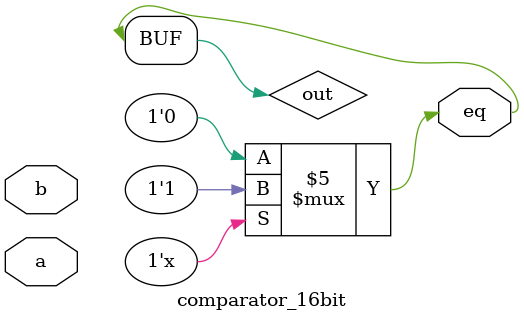
<source format=v>
module comparator_16bit (
  input [15:0] a,
  input [15:0] b,
  output eq
);
reg [15:0] difference;
reg out;

always @(a,b)
begin
  difference <= a - b;
  if(difference == 0) out <= 1'b1;
  else out <= 1'b0;
end

assign eq = out;
endmodule

</source>
